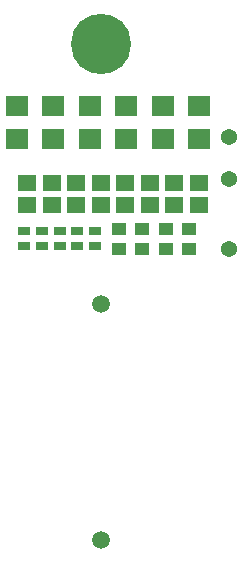
<source format=gbs>
G75*
%MOIN*%
%OFA0B0*%
%FSLAX24Y24*%
%IPPOS*%
%LPD*%
%AMOC8*
5,1,8,0,0,1.08239X$1,22.5*
%
%ADD10C,0.2009*%
%ADD11C,0.0540*%
%ADD12R,0.0631X0.0552*%
%ADD13R,0.0750X0.0670*%
%ADD14R,0.0749X0.0670*%
%ADD15C,0.0590*%
%ADD16R,0.0473X0.0434*%
%ADD17R,0.0394X0.0316*%
D10*
X005259Y018184D03*
D11*
X009527Y015061D03*
X009527Y013668D03*
X009527Y011355D03*
D12*
X008527Y012794D03*
X008527Y013542D03*
X007708Y013542D03*
X007708Y012794D03*
X006889Y012794D03*
X006889Y013542D03*
X006070Y013542D03*
X006070Y012794D03*
X005251Y012794D03*
X005251Y013542D03*
X004432Y013542D03*
X004432Y012794D03*
X003613Y012794D03*
X003613Y013542D03*
X002802Y013542D03*
X002802Y012794D03*
D13*
X002464Y015002D03*
X002464Y016121D03*
X003676Y016121D03*
X003676Y015002D03*
X004889Y015002D03*
X004889Y016121D03*
D14*
X006102Y016113D03*
X006102Y015010D03*
X007314Y015010D03*
X007314Y016113D03*
X008527Y016113D03*
X008527Y015010D03*
D15*
X005259Y001648D03*
X005259Y009522D03*
D16*
X005850Y011353D03*
X005850Y012022D03*
X006637Y012022D03*
X006637Y011353D03*
X007424Y011353D03*
X007424Y012022D03*
X008212Y012022D03*
X008212Y011353D03*
D17*
X005062Y011432D03*
X005062Y011943D03*
X004472Y011943D03*
X004472Y011432D03*
X003881Y011432D03*
X003881Y011943D03*
X003291Y011943D03*
X003291Y011432D03*
X002700Y011432D03*
X002700Y011943D03*
M02*

</source>
